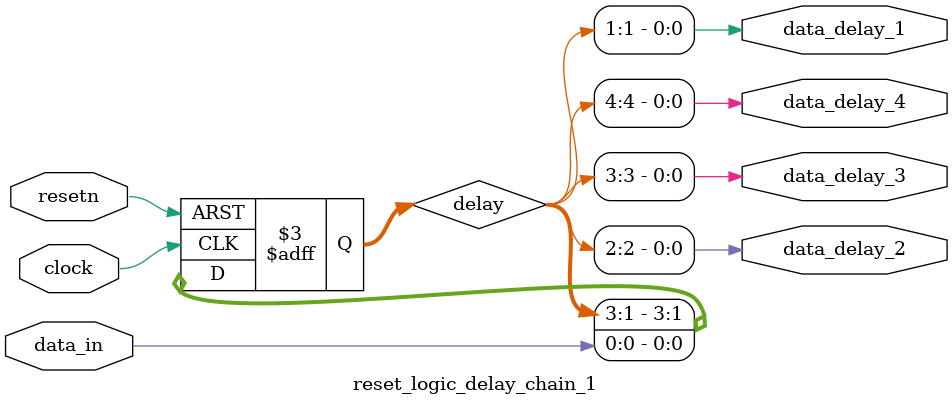
<source format=sv>
module reset_logic_delay_chain_1(
	input  wire clock,
	input  wire resetn,
	input  wire data_in,
	output wire data_delay_1,
	output wire data_delay_2,
	output wire data_delay_3,
	output wire data_delay_4
);

reg [4:1] delay;

assign data_delay_1 = delay[1];
assign data_delay_2 = delay[2];
assign data_delay_3 = delay[3];
assign data_delay_4 = delay[4];

always @(posedge clock or negedge resetn)
begin
	if(~resetn)
		delay <= 4'b1111;
	else
		delay <= {delay[3:1], data_in};
end

endmodule


</source>
